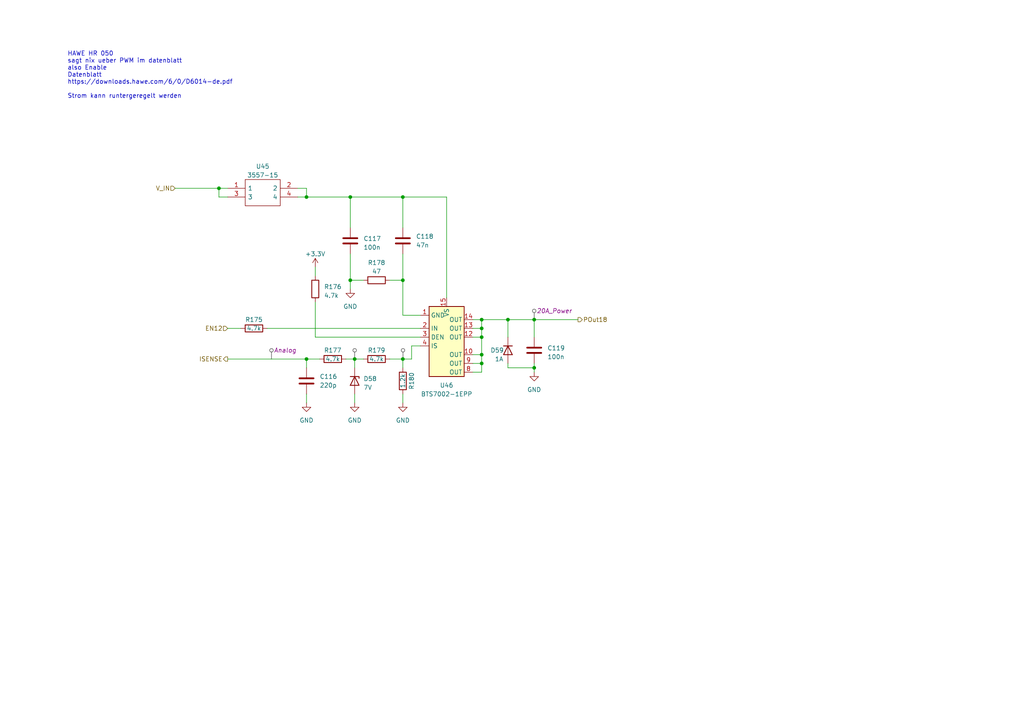
<source format=kicad_sch>
(kicad_sch
	(version 20231120)
	(generator "eeschema")
	(generator_version "8.0")
	(uuid "f2b8a45b-a02b-4123-9987-47569eaeda36")
	(paper "A4")
	(title_block
		(title "PDU FT24")
		(company "Nived Jayaprakash Nambiar ")
		(comment 1 "FasTTUBe Electronics")
	)
	(lib_symbols
		(symbol "3557-15:3557-15"
			(pin_names
				(offset 0.762)
			)
			(exclude_from_sim no)
			(in_bom yes)
			(on_board yes)
			(property "Reference" "U"
				(at 16.51 7.62 0)
				(effects
					(font
						(size 1.27 1.27)
					)
					(justify left)
				)
			)
			(property "Value" "3557-15"
				(at 16.51 5.08 0)
				(effects
					(font
						(size 1.27 1.27)
					)
					(justify left)
				)
			)
			(property "Footprint" "355715"
				(at 16.51 2.54 0)
				(effects
					(font
						(size 1.27 1.27)
					)
					(justify left)
					(hide yes)
				)
			)
			(property "Datasheet" "https://componentsearchengine.com/Datasheets/1/3557-15.pdf"
				(at 16.51 0 0)
				(effects
					(font
						(size 1.27 1.27)
					)
					(justify left)
					(hide yes)
				)
			)
			(property "Description" "Fuse Holder T/H 2 IN 1 AUTO BLDE HOLDER, BLUE 15A"
				(at 16.51 -2.54 0)
				(effects
					(font
						(size 1.27 1.27)
					)
					(justify left)
					(hide yes)
				)
			)
			(property "Height" "7.37"
				(at 16.51 -5.08 0)
				(effects
					(font
						(size 1.27 1.27)
					)
					(justify left)
					(hide yes)
				)
			)
			(property "heisener Part Number" ""
				(at 16.51 -7.62 0)
				(effects
					(font
						(size 1.27 1.27)
					)
					(justify left)
					(hide yes)
				)
			)
			(property "heisener Price/Stock" ""
				(at 16.51 -10.16 0)
				(effects
					(font
						(size 1.27 1.27)
					)
					(justify left)
					(hide yes)
				)
			)
			(property "Manufacturer_Name" "Keystone Electronics"
				(at 16.51 -12.7 0)
				(effects
					(font
						(size 1.27 1.27)
					)
					(justify left)
					(hide yes)
				)
			)
			(property "Manufacturer_Part_Number" "3557-15"
				(at 16.51 -15.24 0)
				(effects
					(font
						(size 1.27 1.27)
					)
					(justify left)
					(hide yes)
				)
			)
			(symbol "3557-15_0_0"
				(pin passive line
					(at 0 0 0)
					(length 5.08)
					(name "1"
						(effects
							(font
								(size 1.27 1.27)
							)
						)
					)
					(number "1"
						(effects
							(font
								(size 1.27 1.27)
							)
						)
					)
				)
				(pin passive line
					(at 20.32 0 180)
					(length 5.08)
					(name "2"
						(effects
							(font
								(size 1.27 1.27)
							)
						)
					)
					(number "2"
						(effects
							(font
								(size 1.27 1.27)
							)
						)
					)
				)
				(pin passive line
					(at 0 -2.54 0)
					(length 5.08)
					(name "3"
						(effects
							(font
								(size 1.27 1.27)
							)
						)
					)
					(number "3"
						(effects
							(font
								(size 1.27 1.27)
							)
						)
					)
				)
				(pin passive line
					(at 20.32 -2.54 180)
					(length 5.08)
					(name "4"
						(effects
							(font
								(size 1.27 1.27)
							)
						)
					)
					(number "4"
						(effects
							(font
								(size 1.27 1.27)
							)
						)
					)
				)
			)
			(symbol "3557-15_0_1"
				(polyline
					(pts
						(xy 5.08 2.54) (xy 15.24 2.54) (xy 15.24 -5.08) (xy 5.08 -5.08) (xy 5.08 2.54)
					)
					(stroke
						(width 0.1524)
						(type solid)
					)
					(fill
						(type none)
					)
				)
			)
		)
		(symbol "Device:C"
			(pin_numbers hide)
			(pin_names
				(offset 0.254)
			)
			(exclude_from_sim no)
			(in_bom yes)
			(on_board yes)
			(property "Reference" "C"
				(at 0.635 2.54 0)
				(effects
					(font
						(size 1.27 1.27)
					)
					(justify left)
				)
			)
			(property "Value" "C"
				(at 0.635 -2.54 0)
				(effects
					(font
						(size 1.27 1.27)
					)
					(justify left)
				)
			)
			(property "Footprint" ""
				(at 0.9652 -3.81 0)
				(effects
					(font
						(size 1.27 1.27)
					)
					(hide yes)
				)
			)
			(property "Datasheet" "~"
				(at 0 0 0)
				(effects
					(font
						(size 1.27 1.27)
					)
					(hide yes)
				)
			)
			(property "Description" "Unpolarized capacitor"
				(at 0 0 0)
				(effects
					(font
						(size 1.27 1.27)
					)
					(hide yes)
				)
			)
			(property "ki_keywords" "cap capacitor"
				(at 0 0 0)
				(effects
					(font
						(size 1.27 1.27)
					)
					(hide yes)
				)
			)
			(property "ki_fp_filters" "C_*"
				(at 0 0 0)
				(effects
					(font
						(size 1.27 1.27)
					)
					(hide yes)
				)
			)
			(symbol "C_0_1"
				(polyline
					(pts
						(xy -2.032 -0.762) (xy 2.032 -0.762)
					)
					(stroke
						(width 0.508)
						(type default)
					)
					(fill
						(type none)
					)
				)
				(polyline
					(pts
						(xy -2.032 0.762) (xy 2.032 0.762)
					)
					(stroke
						(width 0.508)
						(type default)
					)
					(fill
						(type none)
					)
				)
			)
			(symbol "C_1_1"
				(pin passive line
					(at 0 3.81 270)
					(length 2.794)
					(name "~"
						(effects
							(font
								(size 1.27 1.27)
							)
						)
					)
					(number "1"
						(effects
							(font
								(size 1.27 1.27)
							)
						)
					)
				)
				(pin passive line
					(at 0 -3.81 90)
					(length 2.794)
					(name "~"
						(effects
							(font
								(size 1.27 1.27)
							)
						)
					)
					(number "2"
						(effects
							(font
								(size 1.27 1.27)
							)
						)
					)
				)
			)
		)
		(symbol "Device:D"
			(pin_numbers hide)
			(pin_names
				(offset 1.016) hide)
			(exclude_from_sim no)
			(in_bom yes)
			(on_board yes)
			(property "Reference" "D"
				(at 0 2.54 0)
				(effects
					(font
						(size 1.27 1.27)
					)
				)
			)
			(property "Value" "D"
				(at 0 -2.54 0)
				(effects
					(font
						(size 1.27 1.27)
					)
				)
			)
			(property "Footprint" ""
				(at 0 0 0)
				(effects
					(font
						(size 1.27 1.27)
					)
					(hide yes)
				)
			)
			(property "Datasheet" "~"
				(at 0 0 0)
				(effects
					(font
						(size 1.27 1.27)
					)
					(hide yes)
				)
			)
			(property "Description" "Diode"
				(at 0 0 0)
				(effects
					(font
						(size 1.27 1.27)
					)
					(hide yes)
				)
			)
			(property "Sim.Device" "D"
				(at 0 0 0)
				(effects
					(font
						(size 1.27 1.27)
					)
					(hide yes)
				)
			)
			(property "Sim.Pins" "1=K 2=A"
				(at 0 0 0)
				(effects
					(font
						(size 1.27 1.27)
					)
					(hide yes)
				)
			)
			(property "ki_keywords" "diode"
				(at 0 0 0)
				(effects
					(font
						(size 1.27 1.27)
					)
					(hide yes)
				)
			)
			(property "ki_fp_filters" "TO-???* *_Diode_* *SingleDiode* D_*"
				(at 0 0 0)
				(effects
					(font
						(size 1.27 1.27)
					)
					(hide yes)
				)
			)
			(symbol "D_0_1"
				(polyline
					(pts
						(xy -1.27 1.27) (xy -1.27 -1.27)
					)
					(stroke
						(width 0.254)
						(type default)
					)
					(fill
						(type none)
					)
				)
				(polyline
					(pts
						(xy 1.27 0) (xy -1.27 0)
					)
					(stroke
						(width 0)
						(type default)
					)
					(fill
						(type none)
					)
				)
				(polyline
					(pts
						(xy 1.27 1.27) (xy 1.27 -1.27) (xy -1.27 0) (xy 1.27 1.27)
					)
					(stroke
						(width 0.254)
						(type default)
					)
					(fill
						(type none)
					)
				)
			)
			(symbol "D_1_1"
				(pin passive line
					(at -3.81 0 0)
					(length 2.54)
					(name "K"
						(effects
							(font
								(size 1.27 1.27)
							)
						)
					)
					(number "1"
						(effects
							(font
								(size 1.27 1.27)
							)
						)
					)
				)
				(pin passive line
					(at 3.81 0 180)
					(length 2.54)
					(name "A"
						(effects
							(font
								(size 1.27 1.27)
							)
						)
					)
					(number "2"
						(effects
							(font
								(size 1.27 1.27)
							)
						)
					)
				)
			)
		)
		(symbol "Device:D_Zener"
			(pin_numbers hide)
			(pin_names
				(offset 1.016) hide)
			(exclude_from_sim no)
			(in_bom yes)
			(on_board yes)
			(property "Reference" "D"
				(at 0 2.54 0)
				(effects
					(font
						(size 1.27 1.27)
					)
				)
			)
			(property "Value" "D_Zener"
				(at 0 -2.54 0)
				(effects
					(font
						(size 1.27 1.27)
					)
				)
			)
			(property "Footprint" ""
				(at 0 0 0)
				(effects
					(font
						(size 1.27 1.27)
					)
					(hide yes)
				)
			)
			(property "Datasheet" "~"
				(at 0 0 0)
				(effects
					(font
						(size 1.27 1.27)
					)
					(hide yes)
				)
			)
			(property "Description" "Zener diode"
				(at 0 0 0)
				(effects
					(font
						(size 1.27 1.27)
					)
					(hide yes)
				)
			)
			(property "ki_keywords" "diode"
				(at 0 0 0)
				(effects
					(font
						(size 1.27 1.27)
					)
					(hide yes)
				)
			)
			(property "ki_fp_filters" "TO-???* *_Diode_* *SingleDiode* D_*"
				(at 0 0 0)
				(effects
					(font
						(size 1.27 1.27)
					)
					(hide yes)
				)
			)
			(symbol "D_Zener_0_1"
				(polyline
					(pts
						(xy 1.27 0) (xy -1.27 0)
					)
					(stroke
						(width 0)
						(type default)
					)
					(fill
						(type none)
					)
				)
				(polyline
					(pts
						(xy -1.27 -1.27) (xy -1.27 1.27) (xy -0.762 1.27)
					)
					(stroke
						(width 0.254)
						(type default)
					)
					(fill
						(type none)
					)
				)
				(polyline
					(pts
						(xy 1.27 -1.27) (xy 1.27 1.27) (xy -1.27 0) (xy 1.27 -1.27)
					)
					(stroke
						(width 0.254)
						(type default)
					)
					(fill
						(type none)
					)
				)
			)
			(symbol "D_Zener_1_1"
				(pin passive line
					(at -3.81 0 0)
					(length 2.54)
					(name "K"
						(effects
							(font
								(size 1.27 1.27)
							)
						)
					)
					(number "1"
						(effects
							(font
								(size 1.27 1.27)
							)
						)
					)
				)
				(pin passive line
					(at 3.81 0 180)
					(length 2.54)
					(name "A"
						(effects
							(font
								(size 1.27 1.27)
							)
						)
					)
					(number "2"
						(effects
							(font
								(size 1.27 1.27)
							)
						)
					)
				)
			)
		)
		(symbol "Device:R"
			(pin_numbers hide)
			(pin_names
				(offset 0)
			)
			(exclude_from_sim no)
			(in_bom yes)
			(on_board yes)
			(property "Reference" "R"
				(at 2.032 0 90)
				(effects
					(font
						(size 1.27 1.27)
					)
				)
			)
			(property "Value" "R"
				(at 0 0 90)
				(effects
					(font
						(size 1.27 1.27)
					)
				)
			)
			(property "Footprint" ""
				(at -1.778 0 90)
				(effects
					(font
						(size 1.27 1.27)
					)
					(hide yes)
				)
			)
			(property "Datasheet" "~"
				(at 0 0 0)
				(effects
					(font
						(size 1.27 1.27)
					)
					(hide yes)
				)
			)
			(property "Description" "Resistor"
				(at 0 0 0)
				(effects
					(font
						(size 1.27 1.27)
					)
					(hide yes)
				)
			)
			(property "ki_keywords" "R res resistor"
				(at 0 0 0)
				(effects
					(font
						(size 1.27 1.27)
					)
					(hide yes)
				)
			)
			(property "ki_fp_filters" "R_*"
				(at 0 0 0)
				(effects
					(font
						(size 1.27 1.27)
					)
					(hide yes)
				)
			)
			(symbol "R_0_1"
				(rectangle
					(start -1.016 -2.54)
					(end 1.016 2.54)
					(stroke
						(width 0.254)
						(type default)
					)
					(fill
						(type none)
					)
				)
			)
			(symbol "R_1_1"
				(pin passive line
					(at 0 3.81 270)
					(length 1.27)
					(name "~"
						(effects
							(font
								(size 1.27 1.27)
							)
						)
					)
					(number "1"
						(effects
							(font
								(size 1.27 1.27)
							)
						)
					)
				)
				(pin passive line
					(at 0 -3.81 90)
					(length 1.27)
					(name "~"
						(effects
							(font
								(size 1.27 1.27)
							)
						)
					)
					(number "2"
						(effects
							(font
								(size 1.27 1.27)
							)
						)
					)
				)
			)
		)
		(symbol "PROFET:BTS7002-1EPP"
			(exclude_from_sim no)
			(in_bom yes)
			(on_board yes)
			(property "Reference" "U46"
				(at 0 -17.78 0)
				(effects
					(font
						(size 1.27 1.27)
					)
				)
			)
			(property "Value" "BTS7002-1EPP"
				(at 0 -20.32 0)
				(effects
					(font
						(size 1.27 1.27)
					)
				)
			)
			(property "Footprint" "Package_SO:Infineon_PG-TSDSO-14-22"
				(at -25.4 -16.51 0)
				(effects
					(font
						(size 1.27 1.27)
					)
					(hide yes)
				)
			)
			(property "Datasheet" "https://www.infineon.com/dgdl/Infineon-BTS7002-1EPP-DataSheet-v01_10-EN.pdf?fileId=5546d46278d64ffd0178d95f93655dc0"
				(at -1.27 -19.05 0)
				(effects
					(font
						(size 1.27 1.27)
					)
					(hide yes)
				)
			)
			(property "Description" "Smart High-Side Power Switch, PROFET, One Channel, 12V, 21A, Rds(on) 2.6mΩ, PG-TSDSO-14-22"
				(at 0 0 0)
				(effects
					(font
						(size 1.27 1.27)
					)
					(hide yes)
				)
			)
			(property "ki_keywords" "BTS7004"
				(at 0 0 0)
				(effects
					(font
						(size 1.27 1.27)
					)
					(hide yes)
				)
			)
			(property "ki_fp_filters" "Infineon*TSDSO*22*"
				(at 0 0 0)
				(effects
					(font
						(size 1.27 1.27)
					)
					(hide yes)
				)
			)
			(symbol "BTS7002-1EPP_0_1"
				(rectangle
					(start -5.08 5.08)
					(end 5.08 -15.24)
					(stroke
						(width 0.254)
						(type default)
					)
					(fill
						(type background)
					)
				)
			)
			(symbol "BTS7002-1EPP_1_1"
				(pin power_out line
					(at -7.62 2.54 0)
					(length 2.54)
					(name "GND"
						(effects
							(font
								(size 1.27 1.27)
							)
						)
					)
					(number "1"
						(effects
							(font
								(size 1.27 1.27)
							)
						)
					)
				)
				(pin passive line
					(at 7.62 -8.89 180)
					(length 2.54)
					(name "OUT"
						(effects
							(font
								(size 1.27 1.27)
							)
						)
					)
					(number "10"
						(effects
							(font
								(size 1.27 1.27)
							)
						)
					)
				)
				(pin no_connect line
					(at 7.62 -6.35 180)
					(length 2.54) hide
					(name "NC"
						(effects
							(font
								(size 1.27 1.27)
							)
						)
					)
					(number "11"
						(effects
							(font
								(size 1.27 1.27)
							)
						)
					)
				)
				(pin passive line
					(at 7.62 -3.81 180)
					(length 2.54)
					(name "OUT"
						(effects
							(font
								(size 1.27 1.27)
							)
						)
					)
					(number "12"
						(effects
							(font
								(size 1.27 1.27)
							)
						)
					)
				)
				(pin passive line
					(at 7.62 -1.27 180)
					(length 2.54)
					(name "OUT"
						(effects
							(font
								(size 1.27 1.27)
							)
						)
					)
					(number "13"
						(effects
							(font
								(size 1.27 1.27)
							)
						)
					)
				)
				(pin power_out line
					(at 7.62 1.27 180)
					(length 2.54)
					(name "OUT"
						(effects
							(font
								(size 1.27 1.27)
							)
						)
					)
					(number "14"
						(effects
							(font
								(size 1.27 1.27)
							)
						)
					)
				)
				(pin input line
					(at 0 7.62 270)
					(length 2.54)
					(name "VS"
						(effects
							(font
								(size 1.27 1.27)
							)
						)
					)
					(number "15"
						(effects
							(font
								(size 1.27 1.27)
							)
						)
					)
				)
				(pin input line
					(at -7.62 -1.27 0)
					(length 2.54)
					(name "IN"
						(effects
							(font
								(size 1.27 1.27)
							)
						)
					)
					(number "2"
						(effects
							(font
								(size 1.27 1.27)
							)
						)
					)
				)
				(pin input line
					(at -7.62 -3.81 0)
					(length 2.54)
					(name "DEN"
						(effects
							(font
								(size 1.27 1.27)
							)
						)
					)
					(number "3"
						(effects
							(font
								(size 1.27 1.27)
							)
						)
					)
				)
				(pin output line
					(at -7.62 -6.35 0)
					(length 2.54)
					(name "IS"
						(effects
							(font
								(size 1.27 1.27)
							)
						)
					)
					(number "4"
						(effects
							(font
								(size 1.27 1.27)
							)
						)
					)
				)
				(pin no_connect line
					(at -7.62 -8.89 0)
					(length 2.54) hide
					(name "NC"
						(effects
							(font
								(size 1.27 1.27)
							)
						)
					)
					(number "5"
						(effects
							(font
								(size 1.27 1.27)
							)
						)
					)
				)
				(pin no_connect line
					(at -7.62 -11.43 0)
					(length 2.54) hide
					(name "NC"
						(effects
							(font
								(size 1.27 1.27)
							)
						)
					)
					(number "6"
						(effects
							(font
								(size 1.27 1.27)
							)
						)
					)
				)
				(pin no_connect line
					(at -7.62 -13.97 0)
					(length 2.54) hide
					(name "NC"
						(effects
							(font
								(size 1.27 1.27)
							)
						)
					)
					(number "7"
						(effects
							(font
								(size 1.27 1.27)
							)
						)
					)
				)
				(pin passive line
					(at 7.62 -13.97 180)
					(length 2.54)
					(name "OUT"
						(effects
							(font
								(size 1.27 1.27)
							)
						)
					)
					(number "8"
						(effects
							(font
								(size 1.27 1.27)
							)
						)
					)
				)
				(pin passive line
					(at 7.62 -11.43 180)
					(length 2.54)
					(name "OUT"
						(effects
							(font
								(size 1.27 1.27)
							)
						)
					)
					(number "9"
						(effects
							(font
								(size 1.27 1.27)
							)
						)
					)
				)
			)
		)
		(symbol "power:+3.3V"
			(power)
			(pin_names
				(offset 0)
			)
			(exclude_from_sim no)
			(in_bom yes)
			(on_board yes)
			(property "Reference" "#PWR"
				(at 0 -3.81 0)
				(effects
					(font
						(size 1.27 1.27)
					)
					(hide yes)
				)
			)
			(property "Value" "+3.3V"
				(at 0 3.556 0)
				(effects
					(font
						(size 1.27 1.27)
					)
				)
			)
			(property "Footprint" ""
				(at 0 0 0)
				(effects
					(font
						(size 1.27 1.27)
					)
					(hide yes)
				)
			)
			(property "Datasheet" ""
				(at 0 0 0)
				(effects
					(font
						(size 1.27 1.27)
					)
					(hide yes)
				)
			)
			(property "Description" "Power symbol creates a global label with name \"+3.3V\""
				(at 0 0 0)
				(effects
					(font
						(size 1.27 1.27)
					)
					(hide yes)
				)
			)
			(property "ki_keywords" "global power"
				(at 0 0 0)
				(effects
					(font
						(size 1.27 1.27)
					)
					(hide yes)
				)
			)
			(symbol "+3.3V_0_1"
				(polyline
					(pts
						(xy -0.762 1.27) (xy 0 2.54)
					)
					(stroke
						(width 0)
						(type default)
					)
					(fill
						(type none)
					)
				)
				(polyline
					(pts
						(xy 0 0) (xy 0 2.54)
					)
					(stroke
						(width 0)
						(type default)
					)
					(fill
						(type none)
					)
				)
				(polyline
					(pts
						(xy 0 2.54) (xy 0.762 1.27)
					)
					(stroke
						(width 0)
						(type default)
					)
					(fill
						(type none)
					)
				)
			)
			(symbol "+3.3V_1_1"
				(pin power_in line
					(at 0 0 90)
					(length 0) hide
					(name "+3.3V"
						(effects
							(font
								(size 1.27 1.27)
							)
						)
					)
					(number "1"
						(effects
							(font
								(size 1.27 1.27)
							)
						)
					)
				)
			)
		)
		(symbol "power:GND"
			(power)
			(pin_names
				(offset 0)
			)
			(exclude_from_sim no)
			(in_bom yes)
			(on_board yes)
			(property "Reference" "#PWR"
				(at 0 -6.35 0)
				(effects
					(font
						(size 1.27 1.27)
					)
					(hide yes)
				)
			)
			(property "Value" "GND"
				(at 0 -3.81 0)
				(effects
					(font
						(size 1.27 1.27)
					)
				)
			)
			(property "Footprint" ""
				(at 0 0 0)
				(effects
					(font
						(size 1.27 1.27)
					)
					(hide yes)
				)
			)
			(property "Datasheet" ""
				(at 0 0 0)
				(effects
					(font
						(size 1.27 1.27)
					)
					(hide yes)
				)
			)
			(property "Description" "Power symbol creates a global label with name \"GND\" , ground"
				(at 0 0 0)
				(effects
					(font
						(size 1.27 1.27)
					)
					(hide yes)
				)
			)
			(property "ki_keywords" "global power"
				(at 0 0 0)
				(effects
					(font
						(size 1.27 1.27)
					)
					(hide yes)
				)
			)
			(symbol "GND_0_1"
				(polyline
					(pts
						(xy 0 0) (xy 0 -1.27) (xy 1.27 -1.27) (xy 0 -2.54) (xy -1.27 -1.27) (xy 0 -1.27)
					)
					(stroke
						(width 0)
						(type default)
					)
					(fill
						(type none)
					)
				)
			)
			(symbol "GND_1_1"
				(pin power_in line
					(at 0 0 270)
					(length 0) hide
					(name "GND"
						(effects
							(font
								(size 1.27 1.27)
							)
						)
					)
					(number "1"
						(effects
							(font
								(size 1.27 1.27)
							)
						)
					)
				)
			)
		)
	)
	(junction
		(at 101.6 57.15)
		(diameter 0)
		(color 0 0 0 0)
		(uuid "153396c9-dfe6-41c0-a345-967f4d87afc6")
	)
	(junction
		(at 88.9 57.15)
		(diameter 0)
		(color 0 0 0 0)
		(uuid "25b64705-b03c-4ed8-9dd2-b4798f460715")
	)
	(junction
		(at 154.94 106.68)
		(diameter 0)
		(color 0 0 0 0)
		(uuid "2d9f8e3c-fa28-41d3-9af5-8862e6d18098")
	)
	(junction
		(at 101.6 81.28)
		(diameter 0)
		(color 0 0 0 0)
		(uuid "30113a9d-eac7-4225-a3af-649c5cdcccda")
	)
	(junction
		(at 63.5 54.61)
		(diameter 0)
		(color 0 0 0 0)
		(uuid "3704287a-2f8e-44ff-8a49-c2090dec35c8")
	)
	(junction
		(at 139.7 92.71)
		(diameter 0)
		(color 0 0 0 0)
		(uuid "3d13fae9-6483-4722-8bd0-ab342287b8e8")
	)
	(junction
		(at 154.94 92.71)
		(diameter 0)
		(color 0 0 0 0)
		(uuid "46875335-9980-44c7-8aa0-42d60520278c")
	)
	(junction
		(at 139.7 102.87)
		(diameter 0)
		(color 0 0 0 0)
		(uuid "772ed351-3dd5-4e62-bccf-4a14084a6998")
	)
	(junction
		(at 147.32 92.71)
		(diameter 0)
		(color 0 0 0 0)
		(uuid "7db1b40a-ad03-4d60-a832-02bc666d321a")
	)
	(junction
		(at 139.7 105.41)
		(diameter 0)
		(color 0 0 0 0)
		(uuid "a0de4fa2-2e56-4793-b921-6b3ac2b7db93")
	)
	(junction
		(at 116.84 57.15)
		(diameter 0)
		(color 0 0 0 0)
		(uuid "b948fc3c-7825-490e-861c-33715a3fa4a7")
	)
	(junction
		(at 102.87 104.14)
		(diameter 0)
		(color 0 0 0 0)
		(uuid "be02a16b-9e53-42eb-bb0d-6924b54f2876")
	)
	(junction
		(at 116.84 104.14)
		(diameter 0)
		(color 0 0 0 0)
		(uuid "c43fd13c-87db-4867-bd11-53fce7c0f358")
	)
	(junction
		(at 139.7 95.25)
		(diameter 0)
		(color 0 0 0 0)
		(uuid "d0117e0d-b6e8-4531-9899-0b633ba527d5")
	)
	(junction
		(at 88.9 104.14)
		(diameter 0)
		(color 0 0 0 0)
		(uuid "e8a87d0e-d1ea-4bb2-842f-51b50daa07cd")
	)
	(junction
		(at 116.84 81.28)
		(diameter 0)
		(color 0 0 0 0)
		(uuid "f08a6128-206f-430b-98f8-a316df61dce7")
	)
	(junction
		(at 139.7 97.79)
		(diameter 0)
		(color 0 0 0 0)
		(uuid "facfca43-2c26-4430-ac8a-7451ff21ca18")
	)
	(wire
		(pts
			(xy 102.87 104.14) (xy 105.41 104.14)
		)
		(stroke
			(width 0)
			(type default)
		)
		(uuid "063a9f42-10b0-4182-bb49-d56e0cf5051b")
	)
	(wire
		(pts
			(xy 137.16 105.41) (xy 139.7 105.41)
		)
		(stroke
			(width 0)
			(type default)
		)
		(uuid "082f0aa5-6161-48a4-820a-851fa015baac")
	)
	(wire
		(pts
			(xy 50.8 54.61) (xy 63.5 54.61)
		)
		(stroke
			(width 0)
			(type default)
		)
		(uuid "1382eed7-e4f6-400b-9ffd-484ff0ad3adc")
	)
	(wire
		(pts
			(xy 102.87 114.3) (xy 102.87 116.84)
		)
		(stroke
			(width 0)
			(type default)
		)
		(uuid "1803800a-437e-479f-b9a6-24df668c462a")
	)
	(wire
		(pts
			(xy 63.5 54.61) (xy 66.04 54.61)
		)
		(stroke
			(width 0)
			(type default)
		)
		(uuid "18ab30a6-1c30-482a-a875-610ec02ecc0a")
	)
	(wire
		(pts
			(xy 86.36 57.15) (xy 88.9 57.15)
		)
		(stroke
			(width 0)
			(type default)
		)
		(uuid "1a4c5a40-80e9-4e26-ba92-f4321dbb600c")
	)
	(wire
		(pts
			(xy 154.94 105.41) (xy 154.94 106.68)
		)
		(stroke
			(width 0)
			(type default)
		)
		(uuid "1ae75570-1eab-472e-9266-f6a2026a1119")
	)
	(wire
		(pts
			(xy 92.71 104.14) (xy 88.9 104.14)
		)
		(stroke
			(width 0)
			(type default)
		)
		(uuid "1c122ced-2143-4cd6-9c92-8c5cc7baa8b8")
	)
	(wire
		(pts
			(xy 88.9 54.61) (xy 88.9 57.15)
		)
		(stroke
			(width 0)
			(type default)
		)
		(uuid "21051275-9698-4d26-8e6f-83fc4519ba60")
	)
	(wire
		(pts
			(xy 116.84 73.66) (xy 116.84 81.28)
		)
		(stroke
			(width 0)
			(type default)
		)
		(uuid "2b7964e0-0c83-471b-9e25-756757f7d7c2")
	)
	(wire
		(pts
			(xy 91.44 97.79) (xy 121.92 97.79)
		)
		(stroke
			(width 0)
			(type default)
		)
		(uuid "2c835dd5-62ba-4207-8a72-a9f4305fad53")
	)
	(wire
		(pts
			(xy 77.47 95.25) (xy 121.92 95.25)
		)
		(stroke
			(width 0)
			(type default)
		)
		(uuid "31648a81-a457-4c0e-bcab-eaa894621901")
	)
	(wire
		(pts
			(xy 101.6 57.15) (xy 101.6 66.04)
		)
		(stroke
			(width 0)
			(type default)
		)
		(uuid "32bc5098-37b0-4e9b-b46c-b0370df8fbb0")
	)
	(wire
		(pts
			(xy 139.7 102.87) (xy 139.7 97.79)
		)
		(stroke
			(width 0)
			(type default)
		)
		(uuid "34f54f89-fc18-49a6-9321-a5af3b07d40b")
	)
	(wire
		(pts
			(xy 63.5 57.15) (xy 63.5 54.61)
		)
		(stroke
			(width 0)
			(type default)
		)
		(uuid "37ab6b8f-8ff2-477f-ba9f-284bb6f000fe")
	)
	(wire
		(pts
			(xy 102.87 104.14) (xy 100.33 104.14)
		)
		(stroke
			(width 0)
			(type default)
		)
		(uuid "3a1726e9-2417-4e74-8389-6da63bf5cd91")
	)
	(wire
		(pts
			(xy 88.9 104.14) (xy 88.9 106.68)
		)
		(stroke
			(width 0)
			(type default)
		)
		(uuid "3b6334c5-9b2c-4aad-9623-ab5629b35213")
	)
	(wire
		(pts
			(xy 154.94 92.71) (xy 154.94 97.79)
		)
		(stroke
			(width 0)
			(type default)
		)
		(uuid "3e3e8ea1-9c80-4461-abf8-e7e532ea9fe4")
	)
	(wire
		(pts
			(xy 139.7 97.79) (xy 139.7 95.25)
		)
		(stroke
			(width 0)
			(type default)
		)
		(uuid "433c20e2-1806-42c1-bab5-2ddf24c2e476")
	)
	(wire
		(pts
			(xy 116.84 81.28) (xy 116.84 91.44)
		)
		(stroke
			(width 0)
			(type default)
		)
		(uuid "4581ebb0-06fb-4e18-a579-fce015089eb9")
	)
	(wire
		(pts
			(xy 91.44 87.63) (xy 91.44 97.79)
		)
		(stroke
			(width 0)
			(type default)
		)
		(uuid "4efe60e9-3de2-4b3a-a13d-5a7df1114199")
	)
	(wire
		(pts
			(xy 66.04 95.25) (xy 69.85 95.25)
		)
		(stroke
			(width 0)
			(type default)
		)
		(uuid "56c99eb8-21df-4022-916f-41113961e1e7")
	)
	(wire
		(pts
			(xy 137.16 107.95) (xy 139.7 107.95)
		)
		(stroke
			(width 0)
			(type default)
		)
		(uuid "5c91ad8d-5ce1-443a-ab74-9f11d693821f")
	)
	(wire
		(pts
			(xy 154.94 106.68) (xy 154.94 107.95)
		)
		(stroke
			(width 0)
			(type default)
		)
		(uuid "5d686d3b-b259-447a-b7a0-1e573a948090")
	)
	(wire
		(pts
			(xy 116.84 57.15) (xy 129.54 57.15)
		)
		(stroke
			(width 0)
			(type default)
		)
		(uuid "5e95f9ae-2ac9-4f4b-bcce-0d70c5b0ba97")
	)
	(wire
		(pts
			(xy 121.92 91.44) (xy 116.84 91.44)
		)
		(stroke
			(width 0)
			(type default)
		)
		(uuid "600115d6-95a6-46aa-866e-0fa268be4f21")
	)
	(wire
		(pts
			(xy 129.54 57.15) (xy 129.54 86.36)
		)
		(stroke
			(width 0)
			(type default)
		)
		(uuid "60e72b0f-1a55-4cb8-9a05-1aa01fc357d6")
	)
	(wire
		(pts
			(xy 147.32 105.41) (xy 147.32 106.68)
		)
		(stroke
			(width 0)
			(type default)
		)
		(uuid "649f2d8c-13d3-4f8c-a43a-49c10d42b4b3")
	)
	(wire
		(pts
			(xy 137.16 102.87) (xy 139.7 102.87)
		)
		(stroke
			(width 0)
			(type default)
		)
		(uuid "77522828-f25b-4fd7-9f51-10bce15e7ec9")
	)
	(wire
		(pts
			(xy 139.7 92.71) (xy 137.16 92.71)
		)
		(stroke
			(width 0)
			(type default)
		)
		(uuid "793230e6-03c0-42eb-acbc-c692d9d8dddf")
	)
	(wire
		(pts
			(xy 102.87 106.68) (xy 102.87 104.14)
		)
		(stroke
			(width 0)
			(type default)
		)
		(uuid "82e9fb47-8eef-4e83-9438-c3283ff75a1f")
	)
	(wire
		(pts
			(xy 105.41 81.28) (xy 101.6 81.28)
		)
		(stroke
			(width 0)
			(type default)
		)
		(uuid "838d68fe-32df-446f-be2f-54de7f1e572d")
	)
	(wire
		(pts
			(xy 147.32 92.71) (xy 154.94 92.71)
		)
		(stroke
			(width 0)
			(type default)
		)
		(uuid "87590792-184b-429c-b084-a0d91322c6a7")
	)
	(wire
		(pts
			(xy 139.7 92.71) (xy 147.32 92.71)
		)
		(stroke
			(width 0)
			(type default)
		)
		(uuid "8a056ec2-16bf-4582-96f4-a99f450ff2cb")
	)
	(wire
		(pts
			(xy 139.7 95.25) (xy 139.7 92.71)
		)
		(stroke
			(width 0)
			(type default)
		)
		(uuid "94cf00db-b65f-457e-8cf8-339791d9b989")
	)
	(wire
		(pts
			(xy 116.84 104.14) (xy 119.38 104.14)
		)
		(stroke
			(width 0)
			(type default)
		)
		(uuid "9d1ca378-5197-4ff4-8a03-87a5eb848751")
	)
	(wire
		(pts
			(xy 86.36 54.61) (xy 88.9 54.61)
		)
		(stroke
			(width 0)
			(type default)
		)
		(uuid "9f3c90df-56a4-40d4-814d-3ea59cb4ce3f")
	)
	(wire
		(pts
			(xy 139.7 105.41) (xy 139.7 102.87)
		)
		(stroke
			(width 0)
			(type default)
		)
		(uuid "a383f465-a98a-4e10-bf63-b9475131f11e")
	)
	(wire
		(pts
			(xy 116.84 104.14) (xy 113.03 104.14)
		)
		(stroke
			(width 0)
			(type default)
		)
		(uuid "aa9109c2-3093-4eb0-9470-38ceab015f61")
	)
	(wire
		(pts
			(xy 139.7 107.95) (xy 139.7 105.41)
		)
		(stroke
			(width 0)
			(type default)
		)
		(uuid "aad88187-e3db-4a10-8937-cbef211f3c96")
	)
	(wire
		(pts
			(xy 147.32 106.68) (xy 154.94 106.68)
		)
		(stroke
			(width 0)
			(type default)
		)
		(uuid "b12e1877-9afd-4ee4-bffa-73f25ae7fe3d")
	)
	(wire
		(pts
			(xy 119.38 100.33) (xy 121.92 100.33)
		)
		(stroke
			(width 0)
			(type default)
		)
		(uuid "b4ec4ca4-4206-4926-81b1-0efcf250e88f")
	)
	(wire
		(pts
			(xy 88.9 57.15) (xy 101.6 57.15)
		)
		(stroke
			(width 0)
			(type default)
		)
		(uuid "bb26ff93-c764-4520-aa99-cbc3bda39690")
	)
	(wire
		(pts
			(xy 116.84 106.68) (xy 116.84 104.14)
		)
		(stroke
			(width 0)
			(type default)
		)
		(uuid "bcec0bf7-9d53-4069-b1e6-b4fee5d77e45")
	)
	(wire
		(pts
			(xy 113.03 81.28) (xy 116.84 81.28)
		)
		(stroke
			(width 0)
			(type default)
		)
		(uuid "bf15783c-db24-47eb-b937-9e2cb097e151")
	)
	(wire
		(pts
			(xy 137.16 97.79) (xy 139.7 97.79)
		)
		(stroke
			(width 0)
			(type default)
		)
		(uuid "c01e3985-e53b-49f0-a370-2e8a4a44c171")
	)
	(wire
		(pts
			(xy 91.44 77.47) (xy 91.44 80.01)
		)
		(stroke
			(width 0)
			(type default)
		)
		(uuid "c65e4d89-7583-4635-b14c-455a14e7a53c")
	)
	(wire
		(pts
			(xy 119.38 104.14) (xy 119.38 100.33)
		)
		(stroke
			(width 0)
			(type default)
		)
		(uuid "c8e57d39-a3ea-4821-8470-893fba61a94e")
	)
	(wire
		(pts
			(xy 101.6 57.15) (xy 116.84 57.15)
		)
		(stroke
			(width 0)
			(type default)
		)
		(uuid "cddb7871-4109-4f05-a593-36a2a79a0163")
	)
	(wire
		(pts
			(xy 147.32 92.71) (xy 147.32 97.79)
		)
		(stroke
			(width 0)
			(type default)
		)
		(uuid "de720853-274e-4d99-a19a-314d5b1a963e")
	)
	(wire
		(pts
			(xy 101.6 81.28) (xy 101.6 73.66)
		)
		(stroke
			(width 0)
			(type default)
		)
		(uuid "e230206d-81e2-4477-b51c-9e4dbfa267d3")
	)
	(wire
		(pts
			(xy 66.04 57.15) (xy 63.5 57.15)
		)
		(stroke
			(width 0)
			(type default)
		)
		(uuid "e3010400-bca9-47a2-92aa-1b5cf257b70d")
	)
	(wire
		(pts
			(xy 101.6 81.28) (xy 101.6 83.82)
		)
		(stroke
			(width 0)
			(type default)
		)
		(uuid "ee0f3672-7cc3-4b86-8f02-9a1824a3b601")
	)
	(wire
		(pts
			(xy 116.84 114.3) (xy 116.84 116.84)
		)
		(stroke
			(width 0)
			(type default)
		)
		(uuid "f3741590-d797-439b-917a-0c2154b61ae8")
	)
	(wire
		(pts
			(xy 66.04 104.14) (xy 88.9 104.14)
		)
		(stroke
			(width 0)
			(type default)
		)
		(uuid "f595d53f-ae1b-427a-811a-97f2a43c79e0")
	)
	(wire
		(pts
			(xy 116.84 57.15) (xy 116.84 66.04)
		)
		(stroke
			(width 0)
			(type default)
		)
		(uuid "f5d60613-09e4-46c1-9179-381aff6aeebc")
	)
	(wire
		(pts
			(xy 88.9 114.3) (xy 88.9 116.84)
		)
		(stroke
			(width 0)
			(type default)
		)
		(uuid "f9f154f3-b904-4d8d-a170-372fde713350")
	)
	(wire
		(pts
			(xy 154.94 92.71) (xy 167.64 92.71)
		)
		(stroke
			(width 0)
			(type default)
		)
		(uuid "fd37b243-8197-4056-9211-dbd93c9f2a7b")
	)
	(wire
		(pts
			(xy 137.16 95.25) (xy 139.7 95.25)
		)
		(stroke
			(width 0)
			(type default)
		)
		(uuid "fe1dfb27-9ff9-4599-a86a-a325fddb3f44")
	)
	(text "HAWE HR 050\nsagt nix ueber PWM im datenblatt\nalso Enable\nDatenblatt\nhttps://downloads.hawe.com/6/0/D6014-de.pdf\n\nStrom kann runtergeregelt werden \n"
		(exclude_from_sim no)
		(at 19.558 28.702 0)
		(effects
			(font
				(size 1.27 1.27)
			)
			(justify left bottom)
		)
		(uuid "f3e33e00-de41-4364-a26d-ea9b5f5e3379")
	)
	(hierarchical_label "V_IN"
		(shape input)
		(at 50.8 54.61 180)
		(fields_autoplaced yes)
		(effects
			(font
				(size 1.27 1.27)
			)
			(justify right)
		)
		(uuid "2ff8dc1d-71d3-41b8-a4f3-2c323d6be58a")
	)
	(hierarchical_label "EN12"
		(shape input)
		(at 66.04 95.25 180)
		(fields_autoplaced yes)
		(effects
			(font
				(size 1.27 1.27)
			)
			(justify right)
		)
		(uuid "701d4c41-696b-4088-958d-daf56af13a57")
	)
	(hierarchical_label "POut18"
		(shape output)
		(at 167.64 92.71 0)
		(fields_autoplaced yes)
		(effects
			(font
				(size 1.27 1.27)
			)
			(justify left)
		)
		(uuid "83fbfe5a-9971-426c-849f-77c1db289433")
	)
	(hierarchical_label "ISENSE"
		(shape output)
		(at 66.04 104.14 180)
		(fields_autoplaced yes)
		(effects
			(font
				(size 1.27 1.27)
			)
			(justify right)
		)
		(uuid "c3c3d8fa-c177-4944-983a-0b1dba3febfa")
	)
	(netclass_flag ""
		(length 2.54)
		(shape round)
		(at 102.87 104.14 0)
		(fields_autoplaced yes)
		(effects
			(font
				(size 1.27 1.27)
			)
			(justify left bottom)
		)
		(uuid "039eb775-33cb-46e3-80e1-9188ccdfe0ee")
		(property "Netclass" "Analog"
			(at 103.5685 101.6 0)
			(effects
				(font
					(size 1.27 1.27)
					(italic yes)
				)
				(justify left)
				(hide yes)
			)
		)
	)
	(netclass_flag ""
		(length 2.54)
		(shape round)
		(at 154.94 92.71 0)
		(fields_autoplaced yes)
		(effects
			(font
				(size 1.27 1.27)
			)
			(justify left bottom)
		)
		(uuid "34bc7ed4-08f2-46ab-a46d-9a8bc512b074")
		(property "Netclass" "20A_Power"
			(at 155.6385 90.17 0)
			(effects
				(font
					(size 1.27 1.27)
					(italic yes)
				)
				(justify left)
			)
		)
	)
	(netclass_flag ""
		(length 2.54)
		(shape round)
		(at 78.74 104.14 0)
		(fields_autoplaced yes)
		(effects
			(font
				(size 1.27 1.27)
			)
			(justify left bottom)
		)
		(uuid "38302d72-7ca4-4e53-b334-5e236576e440")
		(property "Netclass" "Analog"
			(at 79.4385 101.6 0)
			(effects
				(font
					(size 1.27 1.27)
					(italic yes)
				)
				(justify left)
			)
		)
	)
	(netclass_flag ""
		(length 2.54)
		(shape round)
		(at 116.8851 104.14 0)
		(fields_autoplaced yes)
		(effects
			(font
				(size 1.27 1.27)
			)
			(justify left bottom)
		)
		(uuid "b16ef31e-719b-41d4-831e-285d00f947e3")
		(property "Netclass" "Analog"
			(at 117.5836 101.6 0)
			(effects
				(font
					(size 1.27 1.27)
					(italic yes)
				)
				(justify left)
				(hide yes)
			)
		)
	)
	(symbol
		(lib_id "power:+3.3V")
		(at 91.44 77.47 0)
		(unit 1)
		(exclude_from_sim no)
		(in_bom yes)
		(on_board yes)
		(dnp no)
		(fields_autoplaced yes)
		(uuid "04936af4-2387-4e7f-b78c-411cac0d41f5")
		(property "Reference" "#PWR0198"
			(at 91.44 81.28 0)
			(effects
				(font
					(size 1.27 1.27)
				)
				(hide yes)
			)
		)
		(property "Value" "+3.3V"
			(at 91.44 73.66 0)
			(effects
				(font
					(size 1.27 1.27)
				)
			)
		)
		(property "Footprint" ""
			(at 91.44 77.47 0)
			(effects
				(font
					(size 1.27 1.27)
				)
				(hide yes)
			)
		)
		(property "Datasheet" ""
			(at 91.44 77.47 0)
			(effects
				(font
					(size 1.27 1.27)
				)
				(hide yes)
			)
		)
		(property "Description" ""
			(at 91.44 77.47 0)
			(effects
				(font
					(size 1.27 1.27)
				)
				(hide yes)
			)
		)
		(pin "1"
			(uuid "ba1162b2-9f8a-4659-882f-5827d09f1421")
		)
		(instances
			(project "PDU FT24"
				(path "/cba93115-b7ba-40c8-a438-b74eea4adf4d/fc136761-7437-4777-9313-169871d18382/f7f08656-46b5-4833-87d1-b4bc1c9b11f6"
					(reference "#PWR0198")
					(unit 1)
				)
			)
		)
	)
	(symbol
		(lib_id "Device:D")
		(at 147.32 101.6 270)
		(unit 1)
		(exclude_from_sim no)
		(in_bom yes)
		(on_board yes)
		(dnp no)
		(uuid "08bf4e93-8c13-4682-899f-aa107af6908b")
		(property "Reference" "D59"
			(at 142.24 101.6 90)
			(effects
				(font
					(size 1.27 1.27)
				)
				(justify left)
			)
		)
		(property "Value" "1A"
			(at 143.51 104.14 90)
			(effects
				(font
					(size 1.27 1.27)
				)
				(justify left)
			)
		)
		(property "Footprint" "Diode_SMD:D_SOD-123F"
			(at 147.32 101.6 0)
			(effects
				(font
					(size 1.27 1.27)
				)
				(hide yes)
			)
		)
		(property "Datasheet" "https://www.mouser.de/datasheet/2/389/stpst1h100-3107187.pdf"
			(at 147.32 101.6 0)
			(effects
				(font
					(size 1.27 1.27)
				)
				(hide yes)
			)
		)
		(property "Description" ""
			(at 147.32 101.6 0)
			(effects
				(font
					(size 1.27 1.27)
				)
				(hide yes)
			)
		)
		(property "Sim.Device" "D"
			(at 147.32 101.6 0)
			(effects
				(font
					(size 1.27 1.27)
				)
				(hide yes)
			)
		)
		(property "Sim.Pins" "1=K 2=A"
			(at 147.32 101.6 0)
			(effects
				(font
					(size 1.27 1.27)
				)
				(hide yes)
			)
		)
		(pin "1"
			(uuid "48c8dc87-7a74-4e1e-b2ca-dd1099baa591")
		)
		(pin "2"
			(uuid "cd82b200-28ef-4af0-b487-2e1f24c46370")
		)
		(instances
			(project "PDU FT24"
				(path "/cba93115-b7ba-40c8-a438-b74eea4adf4d/fc136761-7437-4777-9313-169871d18382/f7f08656-46b5-4833-87d1-b4bc1c9b11f6"
					(reference "D59")
					(unit 1)
				)
			)
		)
	)
	(symbol
		(lib_id "power:GND")
		(at 154.94 107.95 0)
		(unit 1)
		(exclude_from_sim no)
		(in_bom yes)
		(on_board yes)
		(dnp no)
		(fields_autoplaced yes)
		(uuid "0badbd7e-e8c9-4bfd-8efd-ac73300c974a")
		(property "Reference" "#PWR0202"
			(at 154.94 114.3 0)
			(effects
				(font
					(size 1.27 1.27)
				)
				(hide yes)
			)
		)
		(property "Value" "GND"
			(at 154.94 113.03 0)
			(effects
				(font
					(size 1.27 1.27)
				)
			)
		)
		(property "Footprint" ""
			(at 154.94 107.95 0)
			(effects
				(font
					(size 1.27 1.27)
				)
				(hide yes)
			)
		)
		(property "Datasheet" ""
			(at 154.94 107.95 0)
			(effects
				(font
					(size 1.27 1.27)
				)
				(hide yes)
			)
		)
		(property "Description" ""
			(at 154.94 107.95 0)
			(effects
				(font
					(size 1.27 1.27)
				)
				(hide yes)
			)
		)
		(pin "1"
			(uuid "47157404-c180-4d22-b4be-2eba4cc8ed6f")
		)
		(instances
			(project "PDU FT24"
				(path "/cba93115-b7ba-40c8-a438-b74eea4adf4d/fc136761-7437-4777-9313-169871d18382/f7f08656-46b5-4833-87d1-b4bc1c9b11f6"
					(reference "#PWR0202")
					(unit 1)
				)
			)
		)
	)
	(symbol
		(lib_id "Device:R")
		(at 96.52 104.14 90)
		(unit 1)
		(exclude_from_sim no)
		(in_bom yes)
		(on_board yes)
		(dnp no)
		(uuid "0ebddc4d-69a4-4e4b-a86d-14467543c637")
		(property "Reference" "R177"
			(at 96.52 101.6 90)
			(effects
				(font
					(size 1.27 1.27)
				)
			)
		)
		(property "Value" "4.7k"
			(at 96.52 104.14 90)
			(effects
				(font
					(size 1.27 1.27)
				)
			)
		)
		(property "Footprint" "Resistor_SMD:R_0603_1608Metric_Pad0.98x0.95mm_HandSolder"
			(at 96.52 105.918 90)
			(effects
				(font
					(size 1.27 1.27)
				)
				(hide yes)
			)
		)
		(property "Datasheet" "~"
			(at 96.52 104.14 0)
			(effects
				(font
					(size 1.27 1.27)
				)
				(hide yes)
			)
		)
		(property "Description" ""
			(at 96.52 104.14 0)
			(effects
				(font
					(size 1.27 1.27)
				)
				(hide yes)
			)
		)
		(pin "1"
			(uuid "709feaea-e502-4b58-931d-cff054993cc2")
		)
		(pin "2"
			(uuid "acf1b30a-7b1e-460d-89b2-be4f2376c9df")
		)
		(instances
			(project "PDU FT24"
				(path "/cba93115-b7ba-40c8-a438-b74eea4adf4d/fc136761-7437-4777-9313-169871d18382/f7f08656-46b5-4833-87d1-b4bc1c9b11f6"
					(reference "R177")
					(unit 1)
				)
			)
		)
	)
	(symbol
		(lib_id "Device:C")
		(at 116.84 69.85 0)
		(unit 1)
		(exclude_from_sim no)
		(in_bom yes)
		(on_board yes)
		(dnp no)
		(fields_autoplaced yes)
		(uuid "0f9d2a57-373d-46fb-ae22-3423de6cd623")
		(property "Reference" "C118"
			(at 120.65 68.58 0)
			(effects
				(font
					(size 1.27 1.27)
				)
				(justify left)
			)
		)
		(property "Value" "47n"
			(at 120.65 71.12 0)
			(effects
				(font
					(size 1.27 1.27)
				)
				(justify left)
			)
		)
		(property "Footprint" "Capacitor_SMD:C_0603_1608Metric"
			(at 117.8052 73.66 0)
			(effects
				(font
					(size 1.27 1.27)
				)
				(hide yes)
			)
		)
		(property "Datasheet" "~"
			(at 116.84 69.85 0)
			(effects
				(font
					(size 1.27 1.27)
				)
				(hide yes)
			)
		)
		(property "Description" ""
			(at 116.84 69.85 0)
			(effects
				(font
					(size 1.27 1.27)
				)
				(hide yes)
			)
		)
		(pin "1"
			(uuid "dd8196b9-41f0-41a6-a97d-3b3c35497298")
		)
		(pin "2"
			(uuid "9301be42-ec10-414b-9eed-c2cb9b75aeed")
		)
		(instances
			(project "PDU FT24"
				(path "/cba93115-b7ba-40c8-a438-b74eea4adf4d/fc136761-7437-4777-9313-169871d18382/f7f08656-46b5-4833-87d1-b4bc1c9b11f6"
					(reference "C118")
					(unit 1)
				)
			)
		)
	)
	(symbol
		(lib_id "Device:C")
		(at 88.9 110.49 0)
		(unit 1)
		(exclude_from_sim no)
		(in_bom yes)
		(on_board yes)
		(dnp no)
		(fields_autoplaced yes)
		(uuid "141ba7cb-3818-4a9f-9687-4bdfa5d36504")
		(property "Reference" "C116"
			(at 92.71 109.22 0)
			(effects
				(font
					(size 1.27 1.27)
				)
				(justify left)
			)
		)
		(property "Value" "220p"
			(at 92.71 111.76 0)
			(effects
				(font
					(size 1.27 1.27)
				)
				(justify left)
			)
		)
		(property "Footprint" "Capacitor_SMD:C_0603_1608Metric"
			(at 89.8652 114.3 0)
			(effects
				(font
					(size 1.27 1.27)
				)
				(hide yes)
			)
		)
		(property "Datasheet" "~"
			(at 88.9 110.49 0)
			(effects
				(font
					(size 1.27 1.27)
				)
				(hide yes)
			)
		)
		(property "Description" ""
			(at 88.9 110.49 0)
			(effects
				(font
					(size 1.27 1.27)
				)
				(hide yes)
			)
		)
		(pin "1"
			(uuid "0a3e3081-c20c-4c45-9d7a-186453d4a1fd")
		)
		(pin "2"
			(uuid "3b8282a8-8811-4769-855a-073fcd7f07f4")
		)
		(instances
			(project "PDU FT24"
				(path "/cba93115-b7ba-40c8-a438-b74eea4adf4d/fc136761-7437-4777-9313-169871d18382/f7f08656-46b5-4833-87d1-b4bc1c9b11f6"
					(reference "C116")
					(unit 1)
				)
			)
		)
	)
	(symbol
		(lib_id "Device:C")
		(at 101.6 69.85 0)
		(unit 1)
		(exclude_from_sim no)
		(in_bom yes)
		(on_board yes)
		(dnp no)
		(fields_autoplaced yes)
		(uuid "18873db7-3f10-404e-9bd8-49746afc1bae")
		(property "Reference" "C117"
			(at 105.41 69.215 0)
			(effects
				(font
					(size 1.27 1.27)
				)
				(justify left)
			)
		)
		(property "Value" "100n"
			(at 105.41 71.755 0)
			(effects
				(font
					(size 1.27 1.27)
				)
				(justify left)
			)
		)
		(property "Footprint" "Capacitor_SMD:C_0603_1608Metric"
			(at 102.5652 73.66 0)
			(effects
				(font
					(size 1.27 1.27)
				)
				(hide yes)
			)
		)
		(property "Datasheet" "~"
			(at 101.6 69.85 0)
			(effects
				(font
					(size 1.27 1.27)
				)
				(hide yes)
			)
		)
		(property "Description" ""
			(at 101.6 69.85 0)
			(effects
				(font
					(size 1.27 1.27)
				)
				(hide yes)
			)
		)
		(pin "1"
			(uuid "e265f66c-3972-4ebd-9d74-46e617e253dc")
		)
		(pin "2"
			(uuid "c8007206-e4e0-4380-a203-d9855720ca19")
		)
		(instances
			(project "PDU FT24"
				(path "/cba93115-b7ba-40c8-a438-b74eea4adf4d/fc136761-7437-4777-9313-169871d18382/f7f08656-46b5-4833-87d1-b4bc1c9b11f6"
					(reference "C117")
					(unit 1)
				)
			)
		)
	)
	(symbol
		(lib_id "Device:D_Zener")
		(at 102.87 110.49 270)
		(unit 1)
		(exclude_from_sim no)
		(in_bom yes)
		(on_board yes)
		(dnp no)
		(fields_autoplaced yes)
		(uuid "1cf27909-d6e6-4fd0-aea2-ede86ea49126")
		(property "Reference" "D58"
			(at 105.41 109.855 90)
			(effects
				(font
					(size 1.27 1.27)
				)
				(justify left)
			)
		)
		(property "Value" "7V"
			(at 105.41 112.395 90)
			(effects
				(font
					(size 1.27 1.27)
				)
				(justify left)
			)
		)
		(property "Footprint" "Diode_SMD:Nexperia_CFP3_SOD-123W"
			(at 102.87 110.49 0)
			(effects
				(font
					(size 1.27 1.27)
				)
				(hide yes)
			)
		)
		(property "Datasheet" "https://www.mouser.de/datasheet/2/916/HPZR_SER-3045045.pdf"
			(at 102.87 110.49 0)
			(effects
				(font
					(size 1.27 1.27)
				)
				(hide yes)
			)
		)
		(property "Description" ""
			(at 102.87 110.49 0)
			(effects
				(font
					(size 1.27 1.27)
				)
				(hide yes)
			)
		)
		(pin "1"
			(uuid "c4562a52-51b5-4dad-91d0-0fbf89445224")
		)
		(pin "2"
			(uuid "0b73a9c2-308a-4abb-a965-ca69155a2056")
		)
		(instances
			(project "PDU FT24"
				(path "/cba93115-b7ba-40c8-a438-b74eea4adf4d/fc136761-7437-4777-9313-169871d18382/f7f08656-46b5-4833-87d1-b4bc1c9b11f6"
					(reference "D58")
					(unit 1)
				)
			)
		)
	)
	(symbol
		(lib_id "Device:R")
		(at 116.84 110.49 0)
		(unit 1)
		(exclude_from_sim no)
		(in_bom yes)
		(on_board yes)
		(dnp no)
		(uuid "28b97eb3-e906-409d-9a12-fc189954b853")
		(property "Reference" "R180"
			(at 119.38 110.49 90)
			(effects
				(font
					(size 1.27 1.27)
				)
			)
		)
		(property "Value" "1.2k"
			(at 116.84 110.49 90)
			(effects
				(font
					(size 1.27 1.27)
				)
			)
		)
		(property "Footprint" "Resistor_SMD:R_0603_1608Metric_Pad0.98x0.95mm_HandSolder"
			(at 115.062 110.49 90)
			(effects
				(font
					(size 1.27 1.27)
				)
				(hide yes)
			)
		)
		(property "Datasheet" "~"
			(at 116.84 110.49 0)
			(effects
				(font
					(size 1.27 1.27)
				)
				(hide yes)
			)
		)
		(property "Description" ""
			(at 116.84 110.49 0)
			(effects
				(font
					(size 1.27 1.27)
				)
				(hide yes)
			)
		)
		(pin "1"
			(uuid "e9bacadb-af8d-445e-93b0-203273e90789")
		)
		(pin "2"
			(uuid "59e9cbfe-09e5-4bb2-976f-dd7cb1f373e8")
		)
		(instances
			(project "PDU FT24"
				(path "/cba93115-b7ba-40c8-a438-b74eea4adf4d/fc136761-7437-4777-9313-169871d18382/f7f08656-46b5-4833-87d1-b4bc1c9b11f6"
					(reference "R180")
					(unit 1)
				)
			)
		)
	)
	(symbol
		(lib_id "Device:R")
		(at 109.22 104.14 90)
		(unit 1)
		(exclude_from_sim no)
		(in_bom yes)
		(on_board yes)
		(dnp no)
		(uuid "3aa979b9-e97a-4716-88ff-e7b1e01deb84")
		(property "Reference" "R179"
			(at 109.22 101.6 90)
			(effects
				(font
					(size 1.27 1.27)
				)
			)
		)
		(property "Value" "4.7k"
			(at 109.22 104.14 90)
			(effects
				(font
					(size 1.27 1.27)
				)
			)
		)
		(property "Footprint" "Resistor_SMD:R_0603_1608Metric_Pad0.98x0.95mm_HandSolder"
			(at 109.22 105.918 90)
			(effects
				(font
					(size 1.27 1.27)
				)
				(hide yes)
			)
		)
		(property "Datasheet" "~"
			(at 109.22 104.14 0)
			(effects
				(font
					(size 1.27 1.27)
				)
				(hide yes)
			)
		)
		(property "Description" ""
			(at 109.22 104.14 0)
			(effects
				(font
					(size 1.27 1.27)
				)
				(hide yes)
			)
		)
		(pin "1"
			(uuid "6cf6d95e-57ec-4988-a4b4-63e3e95ac531")
		)
		(pin "2"
			(uuid "9f5d2118-628f-403c-b57e-da71aa3aee7c")
		)
		(instances
			(project "PDU FT24"
				(path "/cba93115-b7ba-40c8-a438-b74eea4adf4d/fc136761-7437-4777-9313-169871d18382/f7f08656-46b5-4833-87d1-b4bc1c9b11f6"
					(reference "R179")
					(unit 1)
				)
			)
		)
	)
	(symbol
		(lib_id "Device:R")
		(at 91.44 83.82 0)
		(unit 1)
		(exclude_from_sim no)
		(in_bom yes)
		(on_board yes)
		(dnp no)
		(fields_autoplaced yes)
		(uuid "4d31fd16-c94d-48f3-9f3c-17bfd6422f64")
		(property "Reference" "R176"
			(at 93.98 83.185 0)
			(effects
				(font
					(size 1.27 1.27)
				)
				(justify left)
			)
		)
		(property "Value" "4.7k"
			(at 93.98 85.725 0)
			(effects
				(font
					(size 1.27 1.27)
				)
				(justify left)
			)
		)
		(property "Footprint" "Resistor_SMD:R_0603_1608Metric_Pad0.98x0.95mm_HandSolder"
			(at 89.662 83.82 90)
			(effects
				(font
					(size 1.27 1.27)
				)
				(hide yes)
			)
		)
		(property "Datasheet" "~"
			(at 91.44 83.82 0)
			(effects
				(font
					(size 1.27 1.27)
				)
				(hide yes)
			)
		)
		(property "Description" ""
			(at 91.44 83.82 0)
			(effects
				(font
					(size 1.27 1.27)
				)
				(hide yes)
			)
		)
		(pin "1"
			(uuid "cf64ded9-aef3-4687-a3ef-36ea342637e8")
		)
		(pin "2"
			(uuid "84100915-4ac4-4f6f-b9b2-e2d24ca2c5b1")
		)
		(instances
			(project "PDU FT24"
				(path "/cba93115-b7ba-40c8-a438-b74eea4adf4d/fc136761-7437-4777-9313-169871d18382/f7f08656-46b5-4833-87d1-b4bc1c9b11f6"
					(reference "R176")
					(unit 1)
				)
			)
		)
	)
	(symbol
		(lib_id "power:GND")
		(at 101.6 83.82 0)
		(unit 1)
		(exclude_from_sim no)
		(in_bom yes)
		(on_board yes)
		(dnp no)
		(fields_autoplaced yes)
		(uuid "78c6e4a4-9463-44fc-ab5d-18a061cb9ba3")
		(property "Reference" "#PWR0199"
			(at 101.6 90.17 0)
			(effects
				(font
					(size 1.27 1.27)
				)
				(hide yes)
			)
		)
		(property "Value" "GND"
			(at 101.6 88.9 0)
			(effects
				(font
					(size 1.27 1.27)
				)
			)
		)
		(property "Footprint" ""
			(at 101.6 83.82 0)
			(effects
				(font
					(size 1.27 1.27)
				)
				(hide yes)
			)
		)
		(property "Datasheet" ""
			(at 101.6 83.82 0)
			(effects
				(font
					(size 1.27 1.27)
				)
				(hide yes)
			)
		)
		(property "Description" ""
			(at 101.6 83.82 0)
			(effects
				(font
					(size 1.27 1.27)
				)
				(hide yes)
			)
		)
		(pin "1"
			(uuid "2217d93f-7daf-48ad-9ef5-a0fd89ef6a01")
		)
		(instances
			(project "PDU FT24"
				(path "/cba93115-b7ba-40c8-a438-b74eea4adf4d/fc136761-7437-4777-9313-169871d18382/f7f08656-46b5-4833-87d1-b4bc1c9b11f6"
					(reference "#PWR0199")
					(unit 1)
				)
			)
		)
	)
	(symbol
		(lib_id "power:GND")
		(at 116.84 116.84 0)
		(unit 1)
		(exclude_from_sim no)
		(in_bom yes)
		(on_board yes)
		(dnp no)
		(fields_autoplaced yes)
		(uuid "7a6067ac-98aa-47de-8e2e-874464214986")
		(property "Reference" "#PWR0201"
			(at 116.84 123.19 0)
			(effects
				(font
					(size 1.27 1.27)
				)
				(hide yes)
			)
		)
		(property "Value" "GND"
			(at 116.84 121.92 0)
			(effects
				(font
					(size 1.27 1.27)
				)
			)
		)
		(property "Footprint" ""
			(at 116.84 116.84 0)
			(effects
				(font
					(size 1.27 1.27)
				)
				(hide yes)
			)
		)
		(property "Datasheet" ""
			(at 116.84 116.84 0)
			(effects
				(font
					(size 1.27 1.27)
				)
				(hide yes)
			)
		)
		(property "Description" ""
			(at 116.84 116.84 0)
			(effects
				(font
					(size 1.27 1.27)
				)
				(hide yes)
			)
		)
		(pin "1"
			(uuid "229488ec-038d-4c1a-9a24-40f4da90ba23")
		)
		(instances
			(project "PDU FT24"
				(path "/cba93115-b7ba-40c8-a438-b74eea4adf4d/fc136761-7437-4777-9313-169871d18382/f7f08656-46b5-4833-87d1-b4bc1c9b11f6"
					(reference "#PWR0201")
					(unit 1)
				)
			)
		)
	)
	(symbol
		(lib_id "power:GND")
		(at 88.9 116.84 0)
		(unit 1)
		(exclude_from_sim no)
		(in_bom yes)
		(on_board yes)
		(dnp no)
		(fields_autoplaced yes)
		(uuid "7fbd782e-4f84-4f37-b286-0ddf5d2c7a7d")
		(property "Reference" "#PWR0197"
			(at 88.9 123.19 0)
			(effects
				(font
					(size 1.27 1.27)
				)
				(hide yes)
			)
		)
		(property "Value" "GND"
			(at 88.9 121.92 0)
			(effects
				(font
					(size 1.27 1.27)
				)
			)
		)
		(property "Footprint" ""
			(at 88.9 116.84 0)
			(effects
				(font
					(size 1.27 1.27)
				)
				(hide yes)
			)
		)
		(property "Datasheet" ""
			(at 88.9 116.84 0)
			(effects
				(font
					(size 1.27 1.27)
				)
				(hide yes)
			)
		)
		(property "Description" ""
			(at 88.9 116.84 0)
			(effects
				(font
					(size 1.27 1.27)
				)
				(hide yes)
			)
		)
		(pin "1"
			(uuid "2aa2f80a-9d64-4ab2-9ae3-fb064f78d990")
		)
		(instances
			(project "PDU FT24"
				(path "/cba93115-b7ba-40c8-a438-b74eea4adf4d/fc136761-7437-4777-9313-169871d18382/f7f08656-46b5-4833-87d1-b4bc1c9b11f6"
					(reference "#PWR0197")
					(unit 1)
				)
			)
		)
	)
	(symbol
		(lib_id "power:GND")
		(at 102.87 116.84 0)
		(unit 1)
		(exclude_from_sim no)
		(in_bom yes)
		(on_board yes)
		(dnp no)
		(fields_autoplaced yes)
		(uuid "81a9663e-928d-45c2-b03d-ae0df663c667")
		(property "Reference" "#PWR0200"
			(at 102.87 123.19 0)
			(effects
				(font
					(size 1.27 1.27)
				)
				(hide yes)
			)
		)
		(property "Value" "GND"
			(at 102.87 121.92 0)
			(effects
				(font
					(size 1.27 1.27)
				)
			)
		)
		(property "Footprint" ""
			(at 102.87 116.84 0)
			(effects
				(font
					(size 1.27 1.27)
				)
				(hide yes)
			)
		)
		(property "Datasheet" ""
			(at 102.87 116.84 0)
			(effects
				(font
					(size 1.27 1.27)
				)
				(hide yes)
			)
		)
		(property "Description" ""
			(at 102.87 116.84 0)
			(effects
				(font
					(size 1.27 1.27)
				)
				(hide yes)
			)
		)
		(pin "1"
			(uuid "65b5bd02-4430-4257-8b7e-bbeddbf97e23")
		)
		(instances
			(project "PDU FT24"
				(path "/cba93115-b7ba-40c8-a438-b74eea4adf4d/fc136761-7437-4777-9313-169871d18382/f7f08656-46b5-4833-87d1-b4bc1c9b11f6"
					(reference "#PWR0200")
					(unit 1)
				)
			)
		)
	)
	(symbol
		(lib_id "3557-15:3557-15")
		(at 66.04 54.61 0)
		(unit 1)
		(exclude_from_sim no)
		(in_bom yes)
		(on_board yes)
		(dnp no)
		(fields_autoplaced yes)
		(uuid "9c652cb2-9530-424f-b387-5232fb2319c8")
		(property "Reference" "U45"
			(at 76.2 48.26 0)
			(effects
				(font
					(size 1.27 1.27)
				)
			)
		)
		(property "Value" "3557-15"
			(at 76.2 50.8 0)
			(effects
				(font
					(size 1.27 1.27)
				)
			)
		)
		(property "Footprint" "Library:355715"
			(at 82.55 52.07 0)
			(effects
				(font
					(size 1.27 1.27)
				)
				(justify left)
				(hide yes)
			)
		)
		(property "Datasheet" "https://componentsearchengine.com/Datasheets/1/3557-15.pdf"
			(at 82.55 54.61 0)
			(effects
				(font
					(size 1.27 1.27)
				)
				(justify left)
				(hide yes)
			)
		)
		(property "Description" "Fuse Holder T/H 2 IN 1 AUTO BLDE HOLDER, BLUE 15A"
			(at 82.55 57.15 0)
			(effects
				(font
					(size 1.27 1.27)
				)
				(justify left)
				(hide yes)
			)
		)
		(property "Height" "7.37"
			(at 82.55 59.69 0)
			(effects
				(font
					(size 1.27 1.27)
				)
				(justify left)
				(hide yes)
			)
		)
		(property "heisener Part Number" ""
			(at 82.55 62.23 0)
			(effects
				(font
					(size 1.27 1.27)
				)
				(justify left)
				(hide yes)
			)
		)
		(property "heisener Price/Stock" ""
			(at 82.55 64.77 0)
			(effects
				(font
					(size 1.27 1.27)
				)
				(justify left)
				(hide yes)
			)
		)
		(property "Manufacturer_Name" "Keystone Electronics"
			(at 82.55 67.31 0)
			(effects
				(font
					(size 1.27 1.27)
				)
				(justify left)
				(hide yes)
			)
		)
		(property "Manufacturer_Part_Number" "3557-15"
			(at 82.55 69.85 0)
			(effects
				(font
					(size 1.27 1.27)
				)
				(justify left)
				(hide yes)
			)
		)
		(pin "1"
			(uuid "2e0cd5dd-f1d5-4b60-a2b4-89e55dca400a")
		)
		(pin "2"
			(uuid "dddb795e-ddf1-4fe1-8d79-8ecfff348cca")
		)
		(pin "3"
			(uuid "1825226e-fdc4-4252-90a1-4f9d292267e1")
		)
		(pin "4"
			(uuid "e76cf11d-16e9-4781-919b-1b1737f73ec4")
		)
		(instances
			(project "PDU FT24"
				(path "/cba93115-b7ba-40c8-a438-b74eea4adf4d/fc136761-7437-4777-9313-169871d18382/f7f08656-46b5-4833-87d1-b4bc1c9b11f6"
					(reference "U45")
					(unit 1)
				)
			)
		)
	)
	(symbol
		(lib_id "Device:C")
		(at 154.94 101.6 0)
		(unit 1)
		(exclude_from_sim no)
		(in_bom yes)
		(on_board yes)
		(dnp no)
		(fields_autoplaced yes)
		(uuid "c9e38215-1905-49a0-86f4-b96c7207645b")
		(property "Reference" "C119"
			(at 158.75 100.965 0)
			(effects
				(font
					(size 1.27 1.27)
				)
				(justify left)
			)
		)
		(property "Value" "100n"
			(at 158.75 103.505 0)
			(effects
				(font
					(size 1.27 1.27)
				)
				(justify left)
			)
		)
		(property "Footprint" "Capacitor_SMD:C_0603_1608Metric"
			(at 155.9052 105.41 0)
			(effects
				(font
					(size 1.27 1.27)
				)
				(hide yes)
			)
		)
		(property "Datasheet" "~"
			(at 154.94 101.6 0)
			(effects
				(font
					(size 1.27 1.27)
				)
				(hide yes)
			)
		)
		(property "Description" ""
			(at 154.94 101.6 0)
			(effects
				(font
					(size 1.27 1.27)
				)
				(hide yes)
			)
		)
		(pin "1"
			(uuid "4b7e79de-55fb-4371-badc-0dc090612365")
		)
		(pin "2"
			(uuid "c44a19b2-121e-40c1-8be5-25c7e0b43221")
		)
		(instances
			(project "PDU FT24"
				(path "/cba93115-b7ba-40c8-a438-b74eea4adf4d/fc136761-7437-4777-9313-169871d18382/f7f08656-46b5-4833-87d1-b4bc1c9b11f6"
					(reference "C119")
					(unit 1)
				)
			)
		)
	)
	(symbol
		(lib_id "Device:R")
		(at 109.22 81.28 90)
		(unit 1)
		(exclude_from_sim no)
		(in_bom yes)
		(on_board yes)
		(dnp no)
		(fields_autoplaced yes)
		(uuid "cab8f0d1-7b28-45fb-998e-b11d60af44ff")
		(property "Reference" "R178"
			(at 109.22 76.2 90)
			(effects
				(font
					(size 1.27 1.27)
				)
			)
		)
		(property "Value" "47"
			(at 109.22 78.74 90)
			(effects
				(font
					(size 1.27 1.27)
				)
			)
		)
		(property "Footprint" "Resistor_SMD:R_0603_1608Metric_Pad0.98x0.95mm_HandSolder"
			(at 109.22 83.058 90)
			(effects
				(font
					(size 1.27 1.27)
				)
				(hide yes)
			)
		)
		(property "Datasheet" "~"
			(at 109.22 81.28 0)
			(effects
				(font
					(size 1.27 1.27)
				)
				(hide yes)
			)
		)
		(property "Description" ""
			(at 109.22 81.28 0)
			(effects
				(font
					(size 1.27 1.27)
				)
				(hide yes)
			)
		)
		(pin "1"
			(uuid "3628cd5e-7464-499b-b213-6e67b5a45d97")
		)
		(pin "2"
			(uuid "0200f3eb-f73a-4cbe-b005-de1fba8b6afb")
		)
		(instances
			(project "PDU FT24"
				(path "/cba93115-b7ba-40c8-a438-b74eea4adf4d/fc136761-7437-4777-9313-169871d18382/f7f08656-46b5-4833-87d1-b4bc1c9b11f6"
					(reference "R178")
					(unit 1)
				)
			)
		)
	)
	(symbol
		(lib_id "Device:R")
		(at 73.66 95.25 90)
		(unit 1)
		(exclude_from_sim no)
		(in_bom yes)
		(on_board yes)
		(dnp no)
		(uuid "d4fda95a-d321-40df-959e-303503cfe8fa")
		(property "Reference" "R175"
			(at 73.66 92.71 90)
			(effects
				(font
					(size 1.27 1.27)
				)
			)
		)
		(property "Value" "4.7k"
			(at 73.66 95.25 90)
			(effects
				(font
					(size 1.27 1.27)
				)
			)
		)
		(property "Footprint" "Resistor_SMD:R_0603_1608Metric_Pad0.98x0.95mm_HandSolder"
			(at 73.66 97.028 90)
			(effects
				(font
					(size 1.27 1.27)
				)
				(hide yes)
			)
		)
		(property "Datasheet" "~"
			(at 73.66 95.25 0)
			(effects
				(font
					(size 1.27 1.27)
				)
				(hide yes)
			)
		)
		(property "Description" ""
			(at 73.66 95.25 0)
			(effects
				(font
					(size 1.27 1.27)
				)
				(hide yes)
			)
		)
		(pin "1"
			(uuid "1d079966-e4aa-4d5f-8969-5487526841c1")
		)
		(pin "2"
			(uuid "16cf7c14-b032-4c14-9759-9a8b912b9639")
		)
		(instances
			(project "PDU FT24"
				(path "/cba93115-b7ba-40c8-a438-b74eea4adf4d/fc136761-7437-4777-9313-169871d18382/f7f08656-46b5-4833-87d1-b4bc1c9b11f6"
					(reference "R175")
					(unit 1)
				)
			)
		)
	)
	(symbol
		(lib_id "PROFET:BTS7002-1EPP")
		(at 129.54 93.98 0)
		(unit 1)
		(exclude_from_sim no)
		(in_bom yes)
		(on_board yes)
		(dnp no)
		(fields_autoplaced yes)
		(uuid "e2e66aa9-5212-46a2-8f18-28f465fff7d9")
		(property "Reference" "U46"
			(at 129.54 111.76 0)
			(effects
				(font
					(size 1.27 1.27)
				)
			)
		)
		(property "Value" "BTS7002-1EPP"
			(at 129.54 114.3 0)
			(effects
				(font
					(size 1.27 1.27)
				)
			)
		)
		(property "Footprint" "Package_SO:Infineon_PG-TSDSO-14-22"
			(at 104.14 110.49 0)
			(effects
				(font
					(size 1.27 1.27)
				)
				(hide yes)
			)
		)
		(property "Datasheet" "https://www.infineon.com/dgdl/Infineon-BTS7002-1EPP-DataSheet-v01_10-EN.pdf?fileId=5546d46278d64ffd0178d95f93655dc0"
			(at 128.27 113.03 0)
			(effects
				(font
					(size 1.27 1.27)
				)
				(hide yes)
			)
		)
		(property "Description" ""
			(at 129.54 93.98 0)
			(effects
				(font
					(size 1.27 1.27)
				)
				(hide yes)
			)
		)
		(pin "1"
			(uuid "7dedfcf9-5314-4099-8cfd-85300260031b")
		)
		(pin "10"
			(uuid "53aa3899-65ff-41b7-af3a-47c4c24d2cff")
		)
		(pin "11"
			(uuid "f250d419-5269-41d4-86dd-0fbd2e3fcb73")
		)
		(pin "12"
			(uuid "248711a5-3a0c-482c-86b0-4b5d45fe7581")
		)
		(pin "13"
			(uuid "7528998d-58ed-481d-9a96-0f22ed047bc9")
		)
		(pin "14"
			(uuid "c639687e-fc72-4e9e-93f4-0fcd3795d90a")
		)
		(pin "15"
			(uuid "827d3a61-be5a-4ddf-981c-c097abeb8621")
		)
		(pin "2"
			(uuid "37562f5a-ce1e-4dab-99d0-fa79c344e73a")
		)
		(pin "3"
			(uuid "688ae3ef-59a9-4378-84ba-a89e66fcf4e7")
		)
		(pin "4"
			(uuid "962d3311-7eb5-44a2-a540-df1c86c1efc3")
		)
		(pin "5"
			(uuid "41f40023-9fe3-4017-bb15-468f1013e012")
		)
		(pin "6"
			(uuid "0aa3fff6-3e6e-4e66-8e64-009543c82cdb")
		)
		(pin "7"
			(uuid "af927f43-3ccb-419f-8f16-199d5a80f0e6")
		)
		(pin "8"
			(uuid "8c08afa6-b3c7-499c-ae6e-c54adb98ab55")
		)
		(pin "9"
			(uuid "89ac5a75-4beb-4f09-8b9a-4396c7954d55")
		)
		(instances
			(project "PDU FT24"
				(path "/cba93115-b7ba-40c8-a438-b74eea4adf4d/fc136761-7437-4777-9313-169871d18382/f7f08656-46b5-4833-87d1-b4bc1c9b11f6"
					(reference "U46")
					(unit 1)
				)
			)
		)
	)
)
</source>
